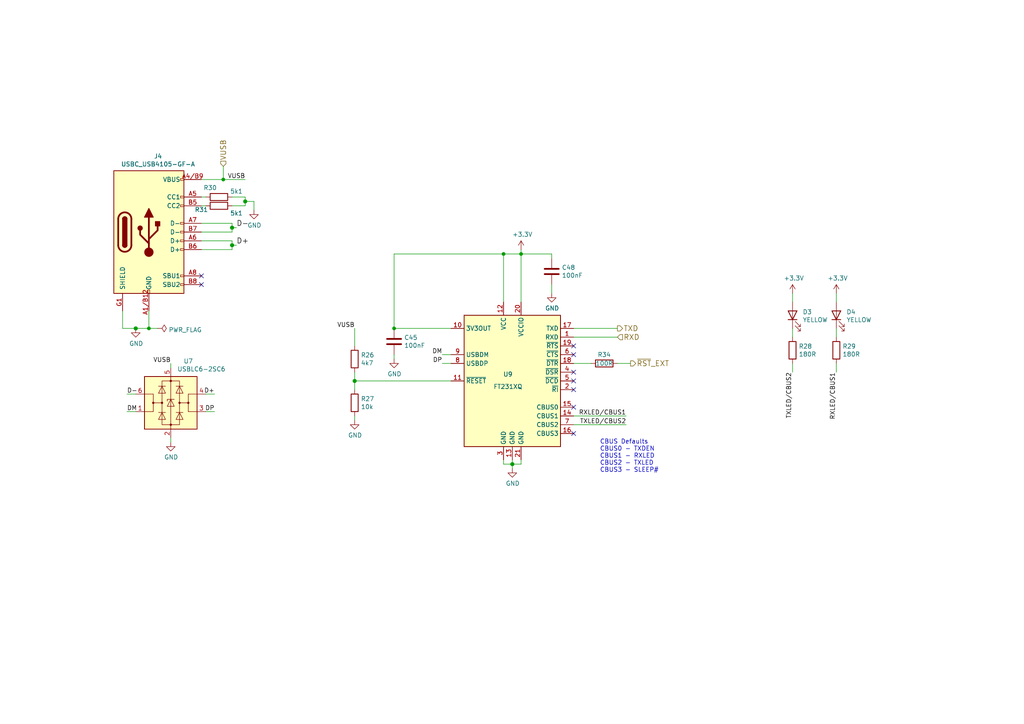
<source format=kicad_sch>
(kicad_sch (version 20230121) (generator eeschema)
  (paper "A4")
  (title_block (title "USTSIPIN02A") (date "2022-05-22") (company "UST.cz") (comment 2 "Silicon PIN diode based\\ndosimeter and spectrometer") (comment 3 "info@ust.cz"))
  (lib_symbols
    (symbol "Device:C" (pin_numbers hide) (pin_names (offset 0.254))
      (property "Reference" "C" (at 0.635 2.54 0))
      (property "Value" "C" (at 0.635 -2.54 0))
      (symbol "C_0_1"
        (polyline (pts (xy -2.032 -0.762) (xy 2.032 -0.762)) (stroke (width 0.508)))
        (polyline (pts (xy -2.032 0.762) (xy 2.032 0.762)) (stroke (width 0.508)))
      )
      (symbol "C_1_1"
        (pin passive line (at 0 3.81 270) (length 2.794) (name "~") (number "1"))
        (pin passive line (at 0 -3.81 90) (length 2.794) (name "~") (number "2"))
      )
    )
    (symbol "Device:LED" (pin_numbers hide) (pin_names (offset 1.016) hide)
      (property "Reference" "D" (at 0 2.54 0))
      (property "Value" "LED" (at 0 -2.54 0))
      (symbol "LED_0_1"
        (polyline (pts (xy -1.27 -1.27) (xy -1.27 1.27)) (stroke (width 0.254)))
        (polyline (pts (xy -1.27 0) (xy 1.27 0)))
        (polyline (pts (xy 1.27 -1.27) (xy 1.27 1.27) (xy -1.27 0) (xy 1.27 -1.27)) (stroke (width 0.254)))
        (polyline (pts (xy -3.048 -0.762) (xy -4.572 -2.286) (xy -3.81 -2.286) (xy -4.572 -2.286) (xy -4.572 -1.524)))
        (polyline (pts (xy -1.778 -0.762) (xy -3.302 -2.286) (xy -2.54 -2.286) (xy -3.302 -2.286) (xy -3.302 -1.524)))
      )
      (symbol "LED_1_1"
        (pin passive line (at -3.81 0 0) (length 2.54) (name "K") (number "1"))
        (pin passive line (at 3.81 0 180) (length 2.54) (name "A") (number "2"))
      )
    )
    (symbol "Device:R" (pin_numbers hide) (pin_names (offset 0))
      (property "Reference" "R" (at 2.032 0 90))
      (property "Value" "R" (at 0 0 90))
      (symbol "R_0_1"
        (rectangle (start -1.016 -2.54) (end 1.016 2.54) (stroke (width 0.254)))
      )
      (symbol "R_1_1"
        (pin passive line (at 0 3.81 270) (length 1.27) (name "~") (number "1"))
        (pin passive line (at 0 -3.81 90) (length 1.27) (name "~") (number "2"))
      )
    )
    (symbol "Interface_USB:FT231XQ"
      (property "Reference" "U" (at -13.97 20.32 0))
      (property "Value" "FT231XQ" (at 6.35 20.32 0))
      (symbol "FT231XQ_0_1"
        (rectangle (start -13.97 19.05) (end 13.97 -19.05) (stroke (width 0.254)) (fill (type background)))
      )
      (symbol "FT231XQ_1_1"
        (pin input line (at 17.78 12.7 180) (length 3.81) (name "RXD") (number "1"))
        (pin power_out line (at -17.78 15.24 0) (length 3.81) (name "3V3OUT") (number "10"))
        (pin input line (at -17.78 0 0) (length 3.81) (name "~{RESET}") (number "11"))
        (pin power_in line (at -2.54 22.86 270) (length 3.81) (name "VCC") (number "12"))
        (pin power_in line (at 0 -22.86 90) (length 3.81) (name "GND") (number "13"))
        (pin bidirectional line (at 17.78 -10.16 180) (length 3.81) (name "CBUS1") (number "14"))
        (pin bidirectional line (at 17.78 -7.62 180) (length 3.81) (name "CBUS0") (number "15"))
        (pin bidirectional line (at 17.78 -15.24 180) (length 3.81) (name "CBUS3") (number "16"))
        (pin output line (at 17.78 15.24 180) (length 3.81) (name "TXD") (number "17"))
        (pin output line (at 17.78 5.08 180) (length 3.81) (name "~{DTR}") (number "18"))
        (pin output line (at 17.78 10.16 180) (length 3.81) (name "~{RTS}") (number "19"))
        (pin input line (at 17.78 -2.54 180) (length 3.81) (name "~{RI}") (number "2"))
        (pin power_in line (at 2.54 22.86 270) (length 3.81) (name "VCCIO") (number "20"))
        (pin power_in line (at 2.54 -22.86 90) (length 3.81) (name "GND") (number "21"))
        (pin power_in line (at -2.54 -22.86 90) (length 3.81) (name "GND") (number "3"))
        (pin input line (at 17.78 2.54 180) (length 3.81) (name "~{DSR}") (number "4"))
        (pin input line (at 17.78 0 180) (length 3.81) (name "~{DCD}") (number "5"))
        (pin input line (at 17.78 7.62 180) (length 3.81) (name "~{CTS}") (number "6"))
        (pin bidirectional line (at 17.78 -12.7 180) (length 3.81) (name "CBUS2") (number "7"))
        (pin bidirectional line (at -17.78 5.08 0) (length 3.81) (name "USBDP") (number "8"))
        (pin bidirectional line (at -17.78 7.62 0) (length 3.81) (name "USBDM") (number "9"))
      )
    )
    (symbol "MLAB_CONNECTORS:USBC_USB4105-GF-A" (pin_names (offset 1.016))
      (property "Reference" "J" (at -10.16 19.05 0))
      (property "Value" "USBC_USB4105-GF-A" (at 19.05 19.05 0))
      (symbol "USBC_USB4105-GF-A_0_0"
        (rectangle (start -0.254 -17.78) (end 0.254 -16.764))
        (rectangle (start 10.16 -14.986) (end 9.144 -15.494))
        (rectangle (start 10.16 -12.446) (end 9.144 -12.954))
        (rectangle (start 10.16 -4.826) (end 9.144 -5.334))
        (rectangle (start 10.16 -2.286) (end 9.144 -2.794))
        (rectangle (start 10.16 0.254) (end 9.144 -0.254))
        (rectangle (start 10.16 2.794) (end 9.144 2.286))
        (rectangle (start 10.16 7.874) (end 9.144 7.366))
        (rectangle (start 10.16 10.414) (end 9.144 9.906))
        (rectangle (start 10.16 15.494) (end 9.144 14.986))
      )
      (symbol "USBC_USB4105-GF-A_0_1"
        (rectangle (start -10.16 17.78) (end 10.16 -17.78) (stroke (width 0.254)) (fill (type background)))
        (arc (start -8.89 -3.81) (mid -6.985 -5.7067) (end -5.08 -3.81) (stroke (width 0.508)))
        (arc (start -7.62 -3.81) (mid -6.985 -4.4423) (end -6.35 -3.81) (stroke (width 0.254)))
        (arc (start -7.62 -3.81) (mid -6.985 -4.4423) (end -6.35 -3.81) (stroke (width 0.254)) (fill (type outline)))
        (rectangle (start -7.62 -3.81) (end -6.35 3.81) (stroke (width 0.254)) (fill (type outline)))
        (arc (start -6.35 3.81) (mid -6.985 4.4423) (end -7.62 3.81) (stroke (width 0.254)))
        (arc (start -6.35 3.81) (mid -6.985 4.4423) (end -7.62 3.81) (stroke (width 0.254)) (fill (type outline)))
        (arc (start -5.08 3.81) (mid -6.985 5.7067) (end -8.89 3.81) (stroke (width 0.508)))
        (circle (center -2.54 1.143) (radius 0.635) (stroke (width 0.254)) (fill (type outline)))
        (circle (center 0 -5.842) (radius 1.27) (fill (type outline)))
        (polyline (pts (xy -8.89 -3.81) (xy -8.89 3.81)) (stroke (width 0.508)))
        (polyline (pts (xy -5.08 3.81) (xy -5.08 -3.81)) (stroke (width 0.508)))
        (polyline (pts (xy 0 -5.842) (xy 0 4.318)) (stroke (width 0.508)))
        (polyline (pts (xy 0 -3.302) (xy -2.54 -0.762) (xy -2.54 0.508)) (stroke (width 0.508)))
        (polyline (pts (xy 0 -2.032) (xy 2.54 0.508) (xy 2.54 1.778)) (stroke (width 0.508)))
        (polyline (pts (xy -1.27 4.318) (xy 0 6.858) (xy 1.27 4.318) (xy -1.27 4.318)) (stroke (width 0.254)) (fill (type outline)))
        (rectangle (start 1.905 1.778) (end 3.175 3.048) (stroke (width 0.254)) (fill (type outline)))
      )
      (symbol "USBC_USB4105-GF-A_1_1"
        (pin passive line (at 0 -22.86 90) (length 5.08) (name "GND") (number "A1/B12"))
        (pin passive line (at 15.24 15.24 180) (length 5.08) (name "VBUS") (number "A4/B9"))
        (pin bidirectional line (at 15.24 10.16 180) (length 5.08) (name "CC1") (number "A5"))
        (pin bidirectional line (at 15.24 -2.54 180) (length 5.08) (name "D+") (number "A6"))
        (pin bidirectional line (at 15.24 2.54 180) (length 5.08) (name "D-") (number "A7"))
        (pin bidirectional line (at 15.24 -12.7 180) (length 5.08) (name "SBU1") (number "A8"))
        (pin passive line (at 0 -22.86 90) (length 5.08) hide (name "GND") (number "B1/A12"))
        (pin passive line (at 15.24 15.24 180) (length 5.08) hide (name "VBUS") (number "B4/A9"))
        (pin bidirectional line (at 15.24 7.62 180) (length 5.08) (name "CC2") (number "B5"))
        (pin bidirectional line (at 15.24 -5.08 180) (length 5.08) (name "D+") (number "B6"))
        (pin bidirectional line (at 15.24 0 180) (length 5.08) (name "D-") (number "B7"))
        (pin bidirectional line (at 15.24 -15.24 180) (length 5.08) (name "SBU2") (number "B8"))
        (pin passive line (at -7.62 -22.86 90) (length 5.08) (name "SHIELD") (number "G1"))
        (pin passive line (at -7.62 -22.86 90) (length 5.08) hide (name "SHIELD") (number "G2"))
        (pin passive line (at -7.62 -22.86 90) (length 5.08) hide (name "SHIELD") (number "G3"))
        (pin passive line (at -7.62 -22.86 90) (length 5.08) hide (name "SHIELD") (number "G4"))
      )
    )
    (symbol "Power_Protection:USBLC6-2SC6" (pin_names hide)
      (property "Reference" "U" (at 2.54 8.89 0))
      (property "Value" "USBLC6-2SC6" (at 2.54 -8.89 0))
      (symbol "USBLC6-2SC6_0_1"
        (rectangle (start -7.62 -7.62) (end 7.62 7.62) (stroke (width 0.254)) (fill (type background)))
        (circle (center -5.08 0) (radius 0.254) (fill (type outline)))
        (circle (center -2.54 0) (radius 0.254) (fill (type outline)))
        (rectangle (start -2.54 6.35) (end 2.54 -6.35))
        (circle (center 0 -6.35) (radius 0.254) (fill (type outline)))
        (polyline (pts (xy -5.08 -2.54) (xy -7.62 -2.54)))
        (polyline (pts (xy -5.08 0) (xy -5.08 -2.54)))
        (polyline (pts (xy -5.08 2.54) (xy -7.62 2.54)))
        (polyline (pts (xy -1.524 -2.794) (xy -3.556 -2.794)))
        (polyline (pts (xy -1.524 4.826) (xy -3.556 4.826)))
        (polyline (pts (xy 0 -7.62) (xy 0 -6.35)))
        (polyline (pts (xy 0 -6.35) (xy 0 1.27)))
        (polyline (pts (xy 0 1.27) (xy 0 6.35)))
        (polyline (pts (xy 0 6.35) (xy 0 7.62)))
        (polyline (pts (xy 1.524 -2.794) (xy 3.556 -2.794)))
        (polyline (pts (xy 1.524 4.826) (xy 3.556 4.826)))
        (polyline (pts (xy 5.08 -2.54) (xy 7.62 -2.54)))
        (polyline (pts (xy 5.08 0) (xy 5.08 -2.54)))
        (polyline (pts (xy 5.08 2.54) (xy 7.62 2.54)))
        (polyline (pts (xy -2.54 0) (xy -5.08 0) (xy -5.08 2.54)))
        (polyline (pts (xy 2.54 0) (xy 5.08 0) (xy 5.08 2.54)))
        (polyline (pts (xy -3.556 -4.826) (xy -1.524 -4.826) (xy -2.54 -2.794) (xy -3.556 -4.826)))
        (polyline (pts (xy -3.556 2.794) (xy -1.524 2.794) (xy -2.54 4.826) (xy -3.556 2.794)))
        (polyline (pts (xy -1.016 -1.016) (xy 1.016 -1.016) (xy 0 1.016) (xy -1.016 -1.016)))
        (polyline (pts (xy 1.016 1.016) (xy 0.762 1.016) (xy -1.016 1.016) (xy -1.016 0.508)))
        (polyline (pts (xy 3.556 -4.826) (xy 1.524 -4.826) (xy 2.54 -2.794) (xy 3.556 -4.826)))
        (polyline (pts (xy 3.556 2.794) (xy 1.524 2.794) (xy 2.54 4.826) (xy 3.556 2.794)))
        (circle (center 0 6.35) (radius 0.254) (fill (type outline)))
        (circle (center 2.54 0) (radius 0.254) (fill (type outline)))
        (circle (center 5.08 0) (radius 0.254) (fill (type outline)))
      )
      (symbol "USBLC6-2SC6_1_1"
        (pin passive line (at -10.16 -2.54 0) (length 2.54) (name "I/O1") (number "1"))
        (pin passive line (at 0 -10.16 90) (length 2.54) (name "GND") (number "2"))
        (pin passive line (at 10.16 -2.54 180) (length 2.54) (name "I/O2") (number "3"))
        (pin passive line (at 10.16 2.54 180) (length 2.54) (name "I/O2") (number "4"))
        (pin passive line (at 0 10.16 270) (length 2.54) (name "VBUS") (number "5"))
        (pin passive line (at -10.16 2.54 0) (length 2.54) (name "I/O1") (number "6"))
      )
    )
    (symbol "power:+3.3V" (power) (pin_names (offset 0))
      (property "Value" "+3.3V" (at 0 3.556 0))
      (symbol "+3.3V_0_1"
        (polyline (pts (xy -0.762 1.27) (xy 0 2.54)))
        (polyline (pts (xy 0 0) (xy 0 2.54)))
        (polyline (pts (xy 0 2.54) (xy 0.762 1.27)))
      )
      (symbol "+3.3V_1_1"
        (pin power_in line (at 0 0 90) (length 0) hide (name "+3.3V") (number "1"))
      )
    )
    (symbol "power:GND" (power) (pin_names (offset 0))
      (property "Value" "GND" (at 0 -3.81 0))
      (symbol "GND_0_1"
        (polyline (pts (xy 0 0) (xy 0 -1.27) (xy 1.27 -1.27) (xy 0 -2.54) (xy -1.27 -1.27) (xy 0 -1.27)))
      )
      (symbol "GND_1_1"
        (pin power_in line (at 0 0 270) (length 0) hide (name "GND") (number "1"))
      )
    )
    (symbol "power:PWR_FLAG" (power) (pin_numbers hide) (pin_names (offset 0) hide)
      (property "Value" "PWR_FLAG" (at 0 3.81 0))
      (symbol "PWR_FLAG_0_0"
        (pin power_out line (at 0 0 90) (length 0) (name "pwr") (number "1"))
      )
      (symbol "PWR_FLAG_0_1"
        (polyline (pts (xy 0 0) (xy 0 1.27) (xy -1.016 1.905) (xy 0 2.54) (xy 1.016 1.905) (xy 0 1.27)))
      )
    )
  )
  (junction (at 67.31 66.04) (diameter 1.016))
  (junction (at 43.18 95.25))
  (junction (at 39.37 95.25) (diameter 1.016))
  (junction (at 102.87 110.49) (diameter 1.016))
  (junction (at 67.31 71.12) (diameter 1.016))
  (junction (at 114.3 95.25))
  (junction (at 71.12 58.42) (diameter 1.016))
  (junction (at 146.05 73.66))
  (junction (at 148.59 134.62) (diameter 1.016))
  (junction (at 151.13 73.66))
  (junction (at 64.77 52.07))
  (no_connect (at 166.37 100.33))
  (no_connect (at 166.37 118.11))
  (no_connect (at 166.37 113.03))
  (no_connect (at 166.37 110.49))
  (no_connect (at 166.37 102.87))
  (no_connect (at 166.37 125.73))
  (no_connect (at 58.42 80.01))
  (no_connect (at 166.37 107.95))
  (no_connect (at 58.42 82.55))
  (wire (pts (xy 64.77 52.07) (xy 64.77 48.26)))
  (wire (pts (xy 36.83 119.38) (xy 39.37 119.38)))
  (wire (pts (xy 67.31 59.69) (xy 71.12 59.69)))
  (wire (pts (xy 102.87 120.65) (xy 102.87 121.92)))
  (wire (pts (xy 36.83 114.3) (xy 39.37 114.3)))
  (wire (pts (xy 58.42 67.31) (xy 67.31 67.31)))
  (wire (pts (xy 166.37 123.19) (xy 181.61 123.19)))
  (wire (pts (xy 160.02 82.55) (xy 160.02 85.09)))
  (wire (pts (xy 67.31 71.12) (xy 67.31 72.39)))
  (wire (pts (xy 58.42 57.15) (xy 59.69 57.15)))
  (wire (pts (xy 146.05 134.62) (xy 148.59 134.62)))
  (wire (pts (xy 146.05 133.35) (xy 146.05 134.62)))
  (wire (pts (xy 58.42 52.07) (xy 64.77 52.07)))
  (wire (pts (xy 114.3 102.87) (xy 114.3 104.14)))
  (wire (pts (xy 67.31 57.15) (xy 71.12 57.15)))
  (wire (pts (xy 179.07 105.41) (xy 182.88 105.41)))
  (wire (pts (xy 64.77 52.07) (xy 71.12 52.07)))
  (wire (pts (xy 166.37 120.65) (xy 181.61 120.65)))
  (wire (pts (xy 166.37 97.79) (xy 179.07 97.79)))
  (wire (pts (xy 148.59 133.35) (xy 148.59 134.62)))
  (wire (pts (xy 114.3 95.25) (xy 130.81 95.25)))
  (wire (pts (xy 73.66 58.42) (xy 73.66 60.96)))
  (wire (pts (xy 102.87 107.95) (xy 102.87 110.49)))
  (wire (pts (xy 58.42 72.39) (xy 67.31 72.39)))
  (wire (pts (xy 58.42 69.85) (xy 67.31 69.85)))
  (wire (pts (xy 59.69 114.3) (xy 62.23 114.3)))
  (wire (pts (xy 67.31 66.04) (xy 68.58 66.04)))
  (wire (pts (xy 148.59 134.62) (xy 148.59 135.89)))
  (wire (pts (xy 146.05 73.66) (xy 114.3 73.66)))
  (wire (pts (xy 229.87 95.25) (xy 229.87 97.79)))
  (wire (pts (xy 242.57 95.25) (xy 242.57 97.79)))
  (wire (pts (xy 146.05 73.66) (xy 146.05 87.63)))
  (wire (pts (xy 35.56 90.17) (xy 35.56 95.25)))
  (wire (pts (xy 151.13 72.39) (xy 151.13 73.66)))
  (wire (pts (xy 102.87 110.49) (xy 102.87 113.03)))
  (wire (pts (xy 166.37 95.25) (xy 179.07 95.25)))
  (wire (pts (xy 67.31 64.77) (xy 67.31 66.04)))
  (wire (pts (xy 229.87 105.41) (xy 229.87 107.95)))
  (wire (pts (xy 160.02 74.93) (xy 160.02 73.66)))
  (wire (pts (xy 114.3 73.66) (xy 114.3 95.25)))
  (wire (pts (xy 43.18 95.25) (xy 45.72 95.25)))
  (wire (pts (xy 242.57 85.09) (xy 242.57 87.63)))
  (wire (pts (xy 151.13 73.66) (xy 151.13 87.63)))
  (wire (pts (xy 229.87 85.09) (xy 229.87 87.63)))
  (wire (pts (xy 67.31 66.04) (xy 67.31 67.31)))
  (wire (pts (xy 71.12 58.42) (xy 71.12 59.69)))
  (wire (pts (xy 59.69 119.38) (xy 62.23 119.38)))
  (wire (pts (xy 71.12 58.42) (xy 73.66 58.42)))
  (wire (pts (xy 71.12 57.15) (xy 71.12 58.42)))
  (wire (pts (xy 102.87 95.25) (xy 102.87 100.33)))
  (wire (pts (xy 148.59 134.62) (xy 151.13 134.62)))
  (wire (pts (xy 58.42 64.77) (xy 67.31 64.77)))
  (wire (pts (xy 49.53 127) (xy 49.53 128.27)))
  (wire (pts (xy 151.13 73.66) (xy 160.02 73.66)))
  (wire (pts (xy 58.42 59.69) (xy 59.69 59.69)))
  (wire (pts (xy 43.18 90.17) (xy 43.18 95.25)))
  (wire (pts (xy 49.53 105.41) (xy 49.53 106.68)))
  (wire (pts (xy 166.37 105.41) (xy 171.45 105.41)))
  (wire (pts (xy 128.27 105.41) (xy 130.81 105.41)))
  (wire (pts (xy 67.31 71.12) (xy 68.58 71.12)))
  (wire (pts (xy 151.13 73.66) (xy 146.05 73.66)))
  (wire (pts (xy 35.56 95.25) (xy 39.37 95.25)))
  (wire (pts (xy 67.31 69.85) (xy 67.31 71.12)))
  (wire (pts (xy 128.27 102.87) (xy 130.81 102.87)))
  (wire (pts (xy 39.37 95.25) (xy 43.18 95.25)))
  (wire (pts (xy 151.13 134.62) (xy 151.13 133.35)))
  (wire (pts (xy 102.87 110.49) (xy 130.81 110.49)))
  (wire (pts (xy 242.57 105.41) (xy 242.57 107.95)))
  (text "CBUS Defaults\nCBUS0 - TXDEN \nCBUS1 - RXLED\nCBUS2 - TXLED\nCBUS3 - SLEEP#" (at 173.99 137.16 0) (effects (font (size 1.27 1.27)) (justify left bottom)))
  (label "DM" (at 128.27 102.87 180))
  (label "D+" (at 62.23 114.3 180))
  (label "RXLED{slash}CBUS1" (at 242.57 107.95 270))
  (label "DM" (at 36.83 119.38 0))
  (label "TXLED{slash}CBUS2" (at 181.61 123.19 180))
  (label "DP" (at 62.23 119.38 180))
  (label "TXLED{slash}CBUS2" (at 229.87 107.95 270))
  (label "VUSB" (at 49.53 105.41 180))
  (label "RXLED{slash}CBUS1" (at 181.61 120.65 180))
  (label "VUSB" (at 102.87 95.25 180))
  (label "D-" (at 36.83 114.3 0))
  (label "D+" (at 68.58 71.12 0) (effects (font (size 1.524 1.524))))
  (label "VUSB" (at 71.12 52.07 180))
  (label "D-" (at 68.58 66.04 0) (effects (font (size 1.524 1.524))))
  (label "DP" (at 128.27 105.41 180))
  (hierarchical_label "TXD" (shape output) (at 179.07 95.25 0) (effects (font (size 1.524 1.524))))
  (hierarchical_label "VUSB" (shape input) (at 64.77 48.26 90) (effects (font (size 1.524 1.524))))
  (hierarchical_label "~{RST}_EXT" (shape output) (at 182.88 105.41 0) (effects (font (size 1.524 1.524))))
  (hierarchical_label "RXD" (shape input) (at 179.07 97.79 0) (effects (font (size 1.524 1.524))))
  (symbol (lib_id "Device:R") (at 102.87 116.84 0) (unit 1)
    (property "Reference" "R27" (at 104.6481 115.6906 0) (effects (justify left)))
    (property "Value" "10k" (at 104.648 117.989 0) (effects (justify left)))
    (property "Footprint" "Resistor_SMD:R_0805_2012Metric" (effects hide))
    (property "UST_ID" "5c70984512875079b91f8962" (effects hide))
  )
  (symbol (lib_id "power:PWR_FLAG") (at 45.72 95.25 270) (unit 1)
    (property "Reference" "#FLG0110" (effects hide))
    (property "Value" "PWR_FLAG" (at 48.895 95.6838 90) (effects (justify left)))
  )
  (symbol (lib_id "Device:R") (at 242.57 101.6 0) (unit 1)
    (property "Reference" "R29" (at 244.3481 100.4506 0) (effects (justify left)))
    (property "Value" "180R" (at 244.348 102.749 0) (effects (justify left)))
    (property "Footprint" "Resistor_SMD:R_0805_2012Metric" (effects hide))
    (property "UST_ID" "5c70984512875079b91f8957" (effects hide))
  )
  (symbol (lib_id "Device:R") (at 175.26 105.41 90) (unit 1)
    (property "Reference" "R34" (at 175.26 102.87 90))
    (property "Value" "100R" (at 175.26 105.41 90))
    (property "Footprint" "Resistor_SMD:R_0805_2012Metric" (effects hide))
    (property "UST_ID" "5c70984512875079b91f8977" (effects hide))
    (instances (project "USTSIPIN02" (path "" (reference "R34") (unit 1)) (path "" (reference "R48") (unit 1))))
  )
  (symbol (lib_id "power:+3.3V") (at 151.13 72.39 0) (unit 1)
    (property "Reference" "#PWR043" (effects hide))
    (property "Value" "+3.3V" (at 151.511 67.9958 0))
  )
  (symbol (lib_id "power:GND") (at 102.87 121.92 0) (unit 1)
    (property "Reference" "#PWR038" (effects hide))
    (property "Value" "GND" (at 102.9843 126.2444 0))
  )
  (symbol (lib_id "Device:R") (at 229.87 101.6 0) (unit 1)
    (property "Reference" "R28" (at 231.6481 100.4506 0) (effects (justify left)))
    (property "Value" "180R" (at 231.648 102.749 0) (effects (justify left)))
    (property "Footprint" "Resistor_SMD:R_0805_2012Metric" (effects hide))
    (property "UST_ID" "5c70984512875079b91f8957" (effects hide))
  )
  (symbol (lib_id "Device:C") (at 160.02 78.74 0) (unit 1)
    (property "Reference" "C48" (at 162.9411 77.5906 0) (effects (justify left)))
    (property "Value" "100nF" (at 162.941 79.889 0) (effects (justify left)))
    (property "Footprint" "Capacitor_SMD:C_0805_2012Metric" (effects hide))
    (property "UST_ID" "5c70984812875079b91f8bf2" (effects hide))
  )
  (symbol (lib_id "power:GND") (at 148.59 135.89 0) (unit 1)
    (property "Reference" "#PWR042" (effects hide))
    (property "Value" "GND" (at 148.7043 140.2144 0))
  )
  (symbol (lib_id "Interface_USB:FT231XQ") (at 148.59 110.49 0) (unit 1)
    (property "Reference" "U9" (at 147.32 108.5658 0))
    (property "Value" "FT231XQ" (at 147.32 112.1345 0))
    (property "Footprint" "Package_DFN_QFN:QFN-20-1EP_4x4mm_P0.5mm_EP2.5x2.5mm" (effects hide))
    (property "Datasheet" "https://www.ftdichip.com/Support/Documents/DataSheets/ICs/DS_FT231X.pdf" (effects hide))
    (property "UST_ID" "605d7fe0128750769e769adb" (effects hide))
  )
  (symbol (lib_id "power:GND") (at 160.02 85.09 0) (unit 1)
    (property "Reference" "#PWR044" (effects hide))
    (property "Value" "GND" (at 160.1343 89.4144 0))
  )
  (symbol (lib_id "Device:R") (at 63.5 59.69 90) (unit 1)
    (property "Reference" "R31" (at 58.42 60.8138 90))
    (property "Value" "5k1" (at 68.58 61.842 90))
    (property "Footprint" "Resistor_SMD:R_0805_2012Metric" (effects hide))
    (property "UST_ID" "628d1404dc56076e9a223650" (effects hide))
  )
  (symbol (lib_id "Device:LED") (at 242.57 91.44 90) (unit 1)
    (property "Reference" "D4" (at 245.4911 90.4811 90) (effects (justify right)))
    (property "Value" "YELLOW" (at 245.491 92.78 90) (effects (justify right)))
    (property "Footprint" "LED_SMD:LED_1206_3216Metric" (effects hide))
    (property "UST_ID" "5c70984412875079b91f8897" (effects hide))
  )
  (symbol (lib_id "power:GND") (at 49.53 128.27 0) (unit 1)
    (property "Reference" "#PWR035" (effects hide))
    (property "Value" "GND" (at 49.6443 132.5944 0))
  )
  (symbol (lib_id "Device:LED") (at 229.87 91.44 90) (unit 1)
    (property "Reference" "D3" (at 232.7911 90.4811 90) (effects (justify right)))
    (property "Value" "YELLOW" (at 232.791 92.78 90) (effects (justify right)))
    (property "Footprint" "LED_SMD:LED_1206_3216Metric" (effects hide))
    (property "UST_ID" "5c70984412875079b91f8897" (effects hide))
  )
  (symbol (lib_id "Device:R") (at 63.5 57.15 90) (unit 1)
    (property "Reference" "R30" (at 60.96 54.4638 90))
    (property "Value" "5k1" (at 68.58 55.492 90))
    (property "Footprint" "Resistor_SMD:R_0805_2012Metric" (effects hide))
    (property "UST_ID" "628d1404dc56076e9a223650" (effects hide))
  )
  (symbol (lib_id "power:GND") (at 114.3 104.14 0) (unit 1)
    (property "Reference" "#PWR040" (effects hide))
    (property "Value" "GND" (at 114.4143 108.4644 0))
  )
  (symbol (lib_id "MLAB_CONNECTORS:USBC_USB4105-GF-A") (at 43.18 67.31 0) (unit 1)
    (property "Reference" "J4" (at 45.847 45.3198 0))
    (property "Value" "USBC_USB4105-GF-A" (at 45.847 47.6185 0))
    (property "Footprint" "Mlab_CON:USBC GCT_USB4105-GF-A" (effects hide))
    (property "UST_ID" "5fa0f94612875025b397795e" (effects hide))
  )
  (symbol (lib_id "power:+3.3V") (at 242.57 85.09 0) (unit 1)
    (property "Reference" "#PWR049" (effects hide))
    (property "Value" "+3.3V" (at 242.951 80.6958 0))
  )
  (symbol (lib_id "power:GND") (at 39.37 95.25 0) (unit 1)
    (property "Reference" "#PWR0113" (effects hide))
    (property "Value" "GND" (at 39.497 99.6442 0))
  )
  (symbol (lib_id "Power_Protection:USBLC6-2SC6") (at 49.53 116.84 0) (unit 1)
    (property "Reference" "U7" (at 54.61 104.7558 0))
    (property "Value" "USBLC6-2SC6" (at 58.42 107.0545 0))
    (property "Footprint" "Package_TO_SOT_SMD:SOT-23-6" (effects hide))
    (property "Datasheet" "https://www.st.com/resource/en/datasheet/usblc6-2.pdf" (effects hide))
    (property "UST_ID" "5e82e0691287502a334a778c" (effects hide))
  )
  (symbol (lib_id "power:GND") (at 73.66 60.96 0) (unit 1)
    (property "Reference" "#PWR0112" (effects hide))
    (property "Value" "GND" (at 73.787 65.3542 0))
  )
  (symbol (lib_id "Device:C") (at 114.3 99.06 0) (unit 1)
    (property "Reference" "C45" (at 117.2211 97.9106 0) (effects (justify left)))
    (property "Value" "100nF" (at 117.221 100.209 0) (effects (justify left)))
    (property "Footprint" "Capacitor_SMD:C_0805_2012Metric" (effects hide))
    (property "UST_ID" "5c70984812875079b91f8bf2" (effects hide))
  )
  (symbol (lib_id "Device:R") (at 102.87 104.14 0) (unit 1)
    (property "Reference" "R26" (at 104.6481 102.9906 0) (effects (justify left)))
    (property "Value" "4k7" (at 104.648 105.289 0) (effects (justify left)))
    (property "Footprint" "Resistor_SMD:R_0805_2012Metric" (effects hide))
    (property "UST_ID" "5c70984512875079b91f8960" (effects hide))
  )
  (symbol (lib_id "power:+3.3V") (at 229.87 85.09 0) (unit 1)
    (property "Reference" "#PWR048" (effects hide))
    (property "Value" "+3.3V" (at 230.251 80.6958 0))
  )
)
</source>
